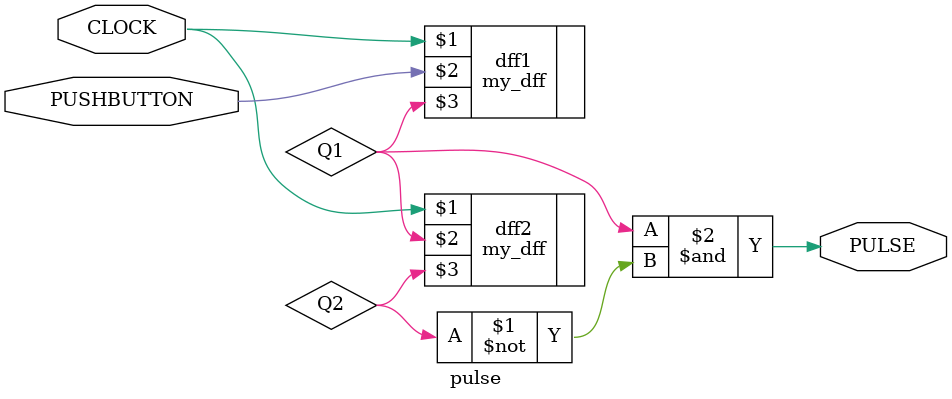
<source format=v>
`timescale 1ns / 1ps

module pulse(
    input PUSHBUTTON,
    input CLOCK,
    output PULSE
    );
    
    wire Q1;
    wire Q2;
    
    my_dff dff1 (CLOCK, PUSHBUTTON, Q1);
    my_dff dff2 (CLOCK, Q1, Q2);
    
    assign PULSE = (Q1 & ~Q2);
    
endmodule

</source>
